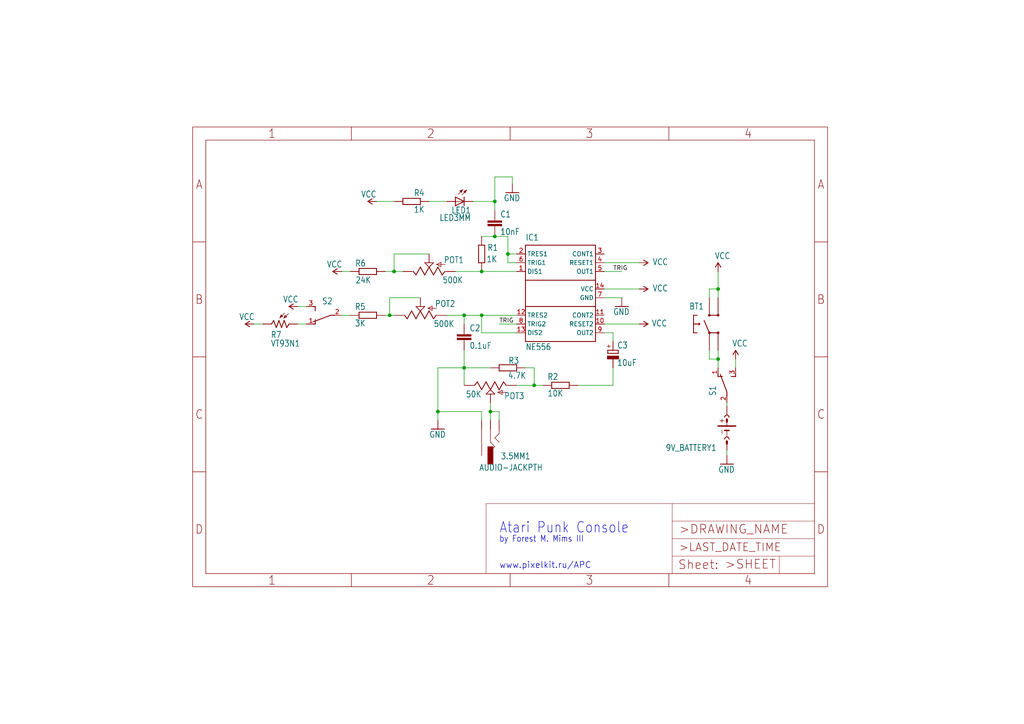
<source format=kicad_sch>
(kicad_sch (version 20210621) (generator eeschema)
  (paper "A4")
  (lib_symbols
    (symbol "Schematics-APC_1.3-eagle-import:AB9V"
      (property "Reference" "G" (at 1.905 3.175 0))
      (property "Value" "AB9V" (at 1.905 -5.08 0))
      (symbol "AB9V_1_0"
        (polyline (pts (xy 2.54 0) (xy 1.905 0)) (stroke (width 0.6096)))
        (polyline (pts (xy 3.81 0) (xy 5.715 0)) (stroke (width 0.1524)))
        (polyline (pts (xy 5.715 0) (xy 5.715 -0.635)) (stroke (width 0.4064)))
        (polyline (pts (xy 5.715 0.635) (xy 5.715 0)) (stroke (width 0.4064)))
        (polyline (pts (xy 6.985 0) (xy 6.985 -2.54)) (stroke (width 0.4064)))
        (polyline (pts (xy 6.985 0) (xy 8.255 0)) (stroke (width 0.1524)))
        (polyline (pts (xy 6.985 2.54) (xy 6.985 0)) (stroke (width 0.4064)))
        (polyline (pts (xy 8.255 0) (xy 8.89 0)) (stroke (width 0.6096)))
        (arc (start 3.175 -0.635) (mid 3.81 0) (end 3.175 0.635) (stroke (width 0.254)))
        (arc (start 9.525 -0.635) (mid 10.16 0) (end 9.525 0.635) (stroke (width 0.254)))
        (text "+" (at 7.62 0.635 0) (effects (font (size 1.524 1.2954)) (justify left bottom)))
        (text "-" (at 4.445 0.635 0) (effects (font (size 1.524 1.2954)) (justify left bottom)))
        (pin passive line (at 12.7 0 180) (length 2.54) (name "+") (number "+"))
        (pin passive line (at 0 0 0) (length 2.54) (name "-") (number "-"))
      )
    )
    (symbol "Schematics-APC_1.3-eagle-import:AUDIO-JACKPTH"
      (property "Value" "AUDIO-JACKPTH" (at -5.08 -5.08 0))
      (symbol "AUDIO-JACKPTH_1_0"
        (rectangle (start -7.62 -0.762) (end -2.54 0.762) (fill (type outline)))
        (polyline (pts (xy -2.54 -1.27) (xy -3.81 0)) (stroke (width 0.1524)))
        (polyline (pts (xy -1.27 -2.54) (xy 0 -1.27)) (stroke (width 0.1524)))
        (polyline (pts (xy -1.27 0) (xy -2.54 -1.27)) (stroke (width 0.1524)))
        (polyline (pts (xy 0 -1.27) (xy 1.27 -2.54)) (stroke (width 0.1524)))
        (polyline (pts (xy 1.27 -2.54) (xy 2.54 -2.54)) (stroke (width 0.1524)))
        (polyline (pts (xy 2.54 0) (xy -1.27 0)) (stroke (width 0.1524)))
        (polyline (pts (xy 2.54 2.54) (xy -5.08 2.54)) (stroke (width 0.1524)))
        (pin bidirectional line (at 5.08 2.54 180) (length 2.54) (name "1") (number "1"))
        (pin bidirectional line (at 5.08 0 180) (length 2.54) (name "2") (number "2"))
        (pin bidirectional line (at 5.08 -2.54 180) (length 2.54) (name "5") (number "5"))
      )
    )
    (symbol "Schematics-APC_1.3-eagle-import:C5{slash}2.5"
      (property "Reference" "C" (at 1.524 0.381 0))
      (property "Value" "C5{slash}2.5" (at 1.524 -4.699 0))
      (symbol "C5{slash}2.5_1_0"
        (rectangle (start -2.032 -2.032) (end 2.032 -1.524) (fill (type outline)))
        (rectangle (start -2.032 -1.016) (end 2.032 -0.508) (fill (type outline)))
        (polyline (pts (xy 0 -2.54) (xy 0 -2.032)) (stroke (width 0.1524)))
        (polyline (pts (xy 0 0) (xy 0 -0.508)) (stroke (width 0.1524)))
        (pin passive line (at 0 2.54 270) (length 2.54) (name "1") (number "1"))
        (pin passive line (at 0 -5.08 90) (length 2.54) (name "2") (number "2"))
      )
    )
    (symbol "Schematics-APC_1.3-eagle-import:CPOL-EUE2,5-6E"
      (property "Reference" "C" (at 1.143 0.4826 0))
      (property "Value" "CPOL-EUE2,5-6E" (at 1.143 -4.5974 0))
      (symbol "CPOL-EUE2,5-6E_1_0"
        (rectangle (start -1.651 -2.54) (end 1.651 -1.651) (fill (type outline)))
        (polyline (pts (xy -1.524 -0.889) (xy 1.524 -0.889)) (stroke (width 0.254)))
        (polyline (pts (xy -1.524 0) (xy -1.524 -0.889)) (stroke (width 0.254)))
        (polyline (pts (xy -1.524 0) (xy 1.524 0)) (stroke (width 0.254)))
        (polyline (pts (xy 1.524 -0.889) (xy 1.524 0)) (stroke (width 0.254)))
        (text "+" (at -0.5842 0.4064 900) (effects (font (size 1.27 1.0795)) (justify left bottom)))
        (pin passive line (at 0 2.54 270) (length 2.54) (name "+") (number "+"))
        (pin passive line (at 0 -5.08 90) (length 2.54) (name "-") (number "-"))
      )
    )
    (symbol "Schematics-APC_1.3-eagle-import:D11"
      (property "Reference" "PH" (at 2.54 0 0))
      (property "Value" "D11" (at 2.54 -2.54 0))
      (symbol "D11_1_0"
        (polyline (pts (xy -3.175 1.27) (xy -1.778 -0.127)) (stroke (width 0.1524)))
        (polyline (pts (xy -3.048 2.413) (xy -1.651 1.016)) (stroke (width 0.1524)))
        (polyline (pts (xy -1.016 -1.905) (xy 1.016 -1.143)) (stroke (width 0.254)))
        (polyline (pts (xy -1.016 -0.381) (xy 1.016 0.381)) (stroke (width 0.254)))
        (polyline (pts (xy -1.016 1.143) (xy 1.016 1.905)) (stroke (width 0.254)))
        (polyline (pts (xy 0 -2.54) (xy -1.016 -1.905)) (stroke (width 0.254)))
        (polyline (pts (xy 0 2.54) (xy 1.016 1.905)) (stroke (width 0.254)))
        (polyline (pts (xy 1.016 -1.143) (xy -1.016 -0.381)) (stroke (width 0.254)))
        (polyline (pts (xy 1.016 0.381) (xy -1.016 1.143)) (stroke (width 0.254)))
        (polyline (pts (xy -1.778 -0.127) (xy -2.667 0.254) (xy -2.159 0.762)) (fill (type outline)))
        (polyline (pts (xy -1.651 1.016) (xy -2.54 1.397) (xy -2.032 1.905)) (fill (type outline)))
        (pin passive line (at 0 5.08 270) (length 2.54) (name "1") (number "A"))
        (pin passive line (at 0 -5.08 90) (length 2.54) (name "2") (number "K"))
      )
    )
    (symbol "Schematics-APC_1.3-eagle-import:DINA5_L"
      (symbol "DINA5_L_0_0"
        (polyline (pts (xy 0 33.3375) (xy 3.81 33.3375)))
        (polyline (pts (xy 0 66.675) (xy 3.81 66.675)))
        (polyline (pts (xy 0 100.0125) (xy 3.81 100.0125)))
        (polyline (pts (xy 3.81 3.81) (xy 3.81 129.54)))
        (polyline (pts (xy 46.0375 0) (xy 46.0375 3.81)))
        (polyline (pts (xy 46.0375 129.54) (xy 46.0375 133.35)))
        (polyline (pts (xy 92.075 0) (xy 92.075 3.81)))
        (polyline (pts (xy 92.075 129.54) (xy 92.075 133.35)))
        (polyline (pts (xy 138.1125 0) (xy 138.1125 3.81)))
        (polyline (pts (xy 138.1125 129.54) (xy 138.1125 133.35)))
        (polyline (pts (xy 180.34 3.81) (xy 3.81 3.81)))
        (polyline (pts (xy 180.34 3.81) (xy 180.34 129.54)))
        (polyline (pts (xy 180.34 33.3375) (xy 184.15 33.3375)))
        (polyline (pts (xy 180.34 66.675) (xy 184.15 66.675)))
        (polyline (pts (xy 180.34 100.0125) (xy 184.15 100.0125)))
        (polyline (pts (xy 180.34 129.54) (xy 3.81 129.54)))
        (polyline (pts (xy 0 0) (xy 184.15 0) (xy 184.15 133.35) (xy 0 133.35) (xy 0 0)))
        (text "1" (at 23.0188 1.905 0) (effects (font (size 2.54 2.286))))
        (text "1" (at 23.0188 131.445 0) (effects (font (size 2.54 2.286))))
        (text "2" (at 69.0563 1.905 0) (effects (font (size 2.54 2.286))))
        (text "2" (at 69.0563 131.445 0) (effects (font (size 2.54 2.286))))
        (text "3" (at 115.0938 1.905 0) (effects (font (size 2.54 2.286))))
        (text "3" (at 115.0938 131.445 0) (effects (font (size 2.54 2.286))))
        (text "4" (at 161.1313 1.905 0) (effects (font (size 2.54 2.286))))
        (text "4" (at 161.1313 131.445 0) (effects (font (size 2.54 2.286))))
        (text "A" (at 1.905 116.6813 0) (effects (font (size 2.54 2.286))))
        (text "A" (at 182.245 116.6813 0) (effects (font (size 2.54 2.286))))
        (text "B" (at 1.905 83.3438 0) (effects (font (size 2.54 2.286))))
        (text "B" (at 182.245 83.3438 0) (effects (font (size 2.54 2.286))))
        (text "C" (at 1.905 50.0063 0) (effects (font (size 2.54 2.286))))
        (text "C" (at 182.245 50.0063 0) (effects (font (size 2.54 2.286))))
        (text "D" (at 1.905 16.6688 0) (effects (font (size 2.54 2.286))))
        (text "D" (at 182.245 16.6688 0) (effects (font (size 2.54 2.286))))
      )
      (symbol "DINA5_L_1_0"
        (polyline (pts (xy 85.09 3.81) (xy 85.09 24.13)) (stroke (width 0.1016)))
        (polyline (pts (xy 85.09 24.13) (xy 139.065 24.13)) (stroke (width 0.1016)))
        (polyline (pts (xy 139.065 8.89) (xy 139.065 3.81)) (stroke (width 0.1016)))
        (polyline (pts (xy 139.065 8.89) (xy 139.065 13.97)) (stroke (width 0.1016)))
        (polyline (pts (xy 139.065 13.97) (xy 139.065 19.05)) (stroke (width 0.1016)))
        (polyline (pts (xy 139.065 13.97) (xy 180.34 13.97)) (stroke (width 0.1016)))
        (polyline (pts (xy 139.065 19.05) (xy 139.065 24.13)) (stroke (width 0.1016)))
        (polyline (pts (xy 139.065 19.05) (xy 180.34 19.05)) (stroke (width 0.1016)))
        (polyline (pts (xy 139.065 24.13) (xy 180.34 24.13)) (stroke (width 0.1016)))
        (polyline (pts (xy 170.18 3.81) (xy 170.18 8.89)) (stroke (width 0.1016)))
        (polyline (pts (xy 170.18 8.89) (xy 139.065 8.89)) (stroke (width 0.1016)))
        (polyline (pts (xy 170.18 8.89) (xy 180.34 8.89)) (stroke (width 0.1016)))
        (text ">DRAWING_NAME" (at 140.97 15.24 0) (effects (font (size 2.54 2.54)) (justify left bottom)))
        (text ">LAST_DATE_TIME" (at 140.97 10.16 0) (effects (font (size 2.286 2.286)) (justify left bottom)))
        (text ">SHEET" (at 154.305 5.08 0) (effects (font (size 2.54 2.54)) (justify left bottom)))
        (text "Sheet:" (at 140.716 4.953 0) (effects (font (size 2.54 2.54)) (justify left bottom)))
      )
    )
    (symbol "Schematics-APC_1.3-eagle-import:GND" (power)
      (property "Value" "GND" (at -2.54 -2.54 0))
      (symbol "GND_1_0"
        (polyline (pts (xy -1.905 0) (xy 1.905 0)) (stroke (width 0.254)))
        (pin power_in line (at 0 2.54 270) (length 2.54) (name "GND") (number "1"))
      )
    )
    (symbol "Schematics-APC_1.3-eagle-import:LED3MM"
      (property "Reference" "LED" (at 3.556 -4.572 90))
      (property "Value" "LED3MM" (at 5.715 -4.572 90))
      (symbol "LED3MM_1_0"
        (polyline (pts (xy -2.032 -0.762) (xy -3.429 -2.159)) (stroke (width 0.1524)))
        (polyline (pts (xy -1.905 -1.905) (xy -3.302 -3.302)) (stroke (width 0.1524)))
        (polyline (pts (xy 0 -2.54) (xy -1.27 -2.54)) (stroke (width 0.254)))
        (polyline (pts (xy 0 -2.54) (xy -1.27 0)) (stroke (width 0.254)))
        (polyline (pts (xy 0 0) (xy -1.27 0)) (stroke (width 0.254)))
        (polyline (pts (xy 0 0) (xy 0 -2.54)) (stroke (width 0.1524)))
        (polyline (pts (xy 1.27 -2.54) (xy 0 -2.54)) (stroke (width 0.254)))
        (polyline (pts (xy 1.27 0) (xy 0 -2.54)) (stroke (width 0.254)))
        (polyline (pts (xy 1.27 0) (xy 0 0)) (stroke (width 0.254)))
        (polyline (pts (xy -3.429 -2.159) (xy -3.048 -1.27) (xy -2.54 -1.778)) (fill (type outline)))
        (polyline (pts (xy -3.302 -3.302) (xy -2.921 -2.413) (xy -2.413 -2.921)) (fill (type outline)))
        (pin passive line (at 0 2.54 270) (length 2.54) (name "A") (number "A"))
        (pin passive line (at 0 -5.08 90) (length 2.54) (name "C") (number "K"))
      )
    )
    (symbol "Schematics-APC_1.3-eagle-import:NE556"
      (property "Reference" "IC" (at -10.16 8.89 0))
      (property "Value" "NE556" (at -10.16 -22.86 0))
      (symbol "NE556_1_0"
        (polyline (pts (xy -10.16 -20.32) (xy 10.16 -20.32)) (stroke (width 0.254)))
        (polyline (pts (xy -10.16 -10.16) (xy -10.16 -20.32)) (stroke (width 0.254)))
        (polyline (pts (xy -10.16 -2.54) (xy -10.16 -10.16)) (stroke (width 0.254)))
        (polyline (pts (xy -10.16 -2.54) (xy 10.16 -2.54)) (stroke (width 0.254)))
        (polyline (pts (xy -10.16 7.62) (xy -10.16 -2.54)) (stroke (width 0.254)))
        (polyline (pts (xy -10.16 7.62) (xy 10.16 7.62)) (stroke (width 0.254)))
        (polyline (pts (xy 10.16 -20.32) (xy 10.16 -10.16)) (stroke (width 0.254)))
        (polyline (pts (xy 10.16 -10.16) (xy -10.16 -10.16)) (stroke (width 0.254)))
        (polyline (pts (xy 10.16 -2.54) (xy 10.16 -10.16)) (stroke (width 0.254)))
        (polyline (pts (xy 10.16 7.62) (xy 10.16 -2.54)) (stroke (width 0.254)))
        (pin input line (at -12.7 0 0) (length 2.54) (name "DIS1") (number "1"))
        (pin input line (at 12.7 -15.24 180) (length 2.54) (name "RESET2") (number "10"))
        (pin input line (at 12.7 -12.7 180) (length 2.54) (name "CONT2") (number "11"))
        (pin input line (at -12.7 -12.7 0) (length 2.54) (name "TRES2") (number "12"))
        (pin input line (at -12.7 -17.78 0) (length 2.54) (name "DIS2") (number "13"))
        (pin power_in line (at 12.7 -5.08 180) (length 2.54) (name "VCC") (number "14"))
        (pin input line (at -12.7 5.08 0) (length 2.54) (name "TRES1") (number "2"))
        (pin input line (at 12.7 5.08 180) (length 2.54) (name "CONT1") (number "3"))
        (pin input line (at 12.7 2.54 180) (length 2.54) (name "RESET1") (number "4"))
        (pin output line (at 12.7 0 180) (length 2.54) (name "OUT1") (number "5"))
        (pin input line (at -12.7 2.54 0) (length 2.54) (name "TRIG1") (number "6"))
        (pin power_in line (at 12.7 -7.62 180) (length 2.54) (name "GND") (number "7"))
        (pin input line (at -12.7 -15.24 0) (length 2.54) (name "TRIG2") (number "8"))
        (pin output line (at 12.7 -17.78 180) (length 2.54) (name "OUT2") (number "9"))
      )
    )
    (symbol "Schematics-APC_1.3-eagle-import:OMRON_12MMOMRON_12MM_BUTSW"
      (property "Reference" "SW" (at 5.08 5.08 0))
      (symbol "OMRON_12MMOMRON_12MM_BUTSW_1_0"
        (circle (center -2.54 0) (radius 0.254) (stroke (width 0.254)) (stroke (width 0.254)))
        (circle (center -2.54 2.54) (radius 0.254) (stroke (width 0.254)) (stroke (width 0.254)))
        (polyline (pts (xy -2.54 0) (xy -2.54 2.54)) (stroke (width 0.254)))
        (polyline (pts (xy -2.54 2.54) (xy 1.016 4.064)) (stroke (width 0.254)))
        (polyline (pts (xy -2.54 6.096) (xy -2.54 7.112)) (stroke (width 0.254)))
        (polyline (pts (xy -2.54 7.112) (xy 0 7.112)) (stroke (width 0.254)))
        (polyline (pts (xy 0 5.334) (xy -0.254 5.588)) (stroke (width 0.254)))
        (polyline (pts (xy 0 7.112) (xy 0 5.334)) (stroke (width 0.254)))
        (polyline (pts (xy 0 7.112) (xy 2.54 7.112)) (stroke (width 0.254)))
        (polyline (pts (xy 0.254 5.588) (xy 0 5.334)) (stroke (width 0.254)))
        (polyline (pts (xy 2.54 2.54) (xy 2.54 0)) (stroke (width 0.254)))
        (polyline (pts (xy 2.54 7.112) (xy 2.54 6.096)) (stroke (width 0.254)))
        (circle (center 2.54 0) (radius 0.254) (stroke (width 0.254)) (stroke (width 0.254)))
        (circle (center 2.54 2.54) (radius 0.254) (stroke (width 0.254)) (stroke (width 0.254)))
        (pin power_in line (at -7.62 0 0) (length 5.08) (name "IN_1") (number "1"))
        (pin power_in line (at -7.62 2.54 0) (length 5.08) (name "IN") (number "2"))
        (pin power_in line (at 7.62 0 180) (length 5.08) (name "OUT") (number "3"))
        (pin power_in line (at 7.62 2.54 180) (length 5.08) (name "OUT_1") (number "4"))
      )
    )
    (symbol "Schematics-APC_1.3-eagle-import:POT100K_ROTARY_POT"
      (property "Value" "POT100K_ROTARY_POT" (at -2.54 -10.16 90))
      (symbol "POT100K_ROTARY_POT_1_0"
        (polyline (pts (xy -1.016 -3.81) (xy 1.27 -2.54)) (stroke (width 0.254)))
        (polyline (pts (xy -1.016 -1.27) (xy 1.27 0)) (stroke (width 0.254)))
        (polyline (pts (xy -1.016 1.27) (xy 1.27 2.54)) (stroke (width 0.254)))
        (polyline (pts (xy -1.016 3.81) (xy 0 4.572)) (stroke (width 0.254)))
        (polyline (pts (xy 0 -5.08) (xy 0 -4.572)) (stroke (width 0.1524)))
        (polyline (pts (xy 0 -4.572) (xy -1.016 -3.81)) (stroke (width 0.254)))
        (polyline (pts (xy 0 4.572) (xy 0 5.08)) (stroke (width 0.1524)))
        (polyline (pts (xy 1.27 -2.54) (xy -1.016 -1.27)) (stroke (width 0.254)))
        (polyline (pts (xy 1.27 0) (xy -1.016 1.27)) (stroke (width 0.254)))
        (polyline (pts (xy 1.27 0) (xy 2.54 1.27)) (stroke (width 0.2032)))
        (polyline (pts (xy 1.27 2.54) (xy -1.016 3.81)) (stroke (width 0.254)))
        (polyline (pts (xy 1.397 -3.429) (xy 2.032 -2.159)) (stroke (width 0.1524)))
        (polyline (pts (xy 2.032 -4.699) (xy 2.032 -2.159)) (stroke (width 0.1524)))
        (polyline (pts (xy 2.032 -2.159) (xy 2.667 -3.429)) (stroke (width 0.1524)))
        (polyline (pts (xy 2.54 -1.27) (xy 1.27 0)) (stroke (width 0.2032)))
        (polyline (pts (xy 2.54 1.27) (xy 2.54 -1.27)) (stroke (width 0.2032)))
        (polyline (pts (xy 2.667 -3.429) (xy 1.397 -3.429)) (stroke (width 0.1524)))
        (pin passive line (at 0 7.62 270) (length 2.54) (name "E") (number "P$1"))
        (pin passive line (at 5.08 0 180) (length 2.54) (name "S") (number "P$2"))
        (pin passive line (at 0 -7.62 90) (length 2.54) (name "A") (number "P$3"))
      )
    )
    (symbol "Schematics-APC_1.3-eagle-import:R-EU_0207{slash}7"
      (property "Reference" "R" (at -3.81 1.4986 0))
      (property "Value" "R-EU_0207{slash}7" (at -3.81 -3.302 0))
      (symbol "R-EU_0207{slash}7_1_0"
        (polyline (pts (xy -2.54 -0.889) (xy -2.54 0.889)) (stroke (width 0.254)))
        (polyline (pts (xy -2.54 -0.889) (xy 2.54 -0.889)) (stroke (width 0.254)))
        (polyline (pts (xy 2.54 -0.889) (xy 2.54 0.889)) (stroke (width 0.254)))
        (polyline (pts (xy 2.54 0.889) (xy -2.54 0.889)) (stroke (width 0.254)))
        (pin passive line (at -5.08 0 0) (length 2.54) (name "1") (number "1"))
        (pin passive line (at 5.08 0 180) (length 2.54) (name "2") (number "2"))
      )
    )
    (symbol "Schematics-APC_1.3-eagle-import:TL36YO"
      (property "Reference" "S" (at 5.08 -2.54 90))
      (property "Value" "TL36YO" (at 7.62 -2.54 90))
      (symbol "TL36YO_1_0"
        (polyline (pts (xy -2.54 2.54) (xy -2.54 3.175)) (stroke (width 0.254)))
        (polyline (pts (xy -2.54 2.54) (xy -1.27 2.54)) (stroke (width 0.254)))
        (polyline (pts (xy 0 -3.175) (xy 0 -1.905)) (stroke (width 0.254)))
        (polyline (pts (xy 0 -1.905) (xy -1.905 3.175)) (stroke (width 0.254)))
        (polyline (pts (xy 1.27 2.54) (xy 2.54 2.54)) (stroke (width 0.254)))
        (polyline (pts (xy 2.54 2.54) (xy 2.54 3.175)) (stroke (width 0.254)))
        (pin passive line (at -2.54 5.08 270) (length 2.54) (name "O") (number "1"))
        (pin passive line (at 0 -5.08 90) (length 2.54) (name "P") (number "2"))
        (pin passive line (at 2.54 5.08 270) (length 2.54) (name "S") (number "3"))
      )
    )
    (symbol "Schematics-APC_1.3-eagle-import:VCC" (power)
      (property "Value" "VCC" (at -1.016 3.556 0))
      (symbol "VCC_1_0"
        (polyline (pts (xy 0 2.54) (xy -0.762 1.27)) (stroke (width 0.254)))
        (polyline (pts (xy 0.762 1.27) (xy 0 2.54)) (stroke (width 0.254)))
        (pin power_in line (at 0 0 90) (length 2.54) (name "VCC") (number "1"))
      )
    )
  )
  (junction (at 113.03 91.44))
  (junction (at 114.3 78.74))
  (junction (at 127 119.38))
  (junction (at 134.62 91.44))
  (junction (at 134.62 106.68))
  (junction (at 139.7 78.74))
  (junction (at 139.7 91.44))
  (junction (at 142.24 119.38))
  (junction (at 143.51 58.42))
  (junction (at 143.51 68.58))
  (junction (at 147.32 73.66))
  (junction (at 154.94 111.76))
  (junction (at 208.28 83.82))
  (junction (at 208.28 104.14))
  (wire (pts (xy 76.2 93.98) (xy 73.66 93.98)))
  (wire (pts (xy 86.36 88.9) (xy 88.9 88.9)))
  (wire (pts (xy 86.36 93.98) (xy 88.9 93.98)))
  (wire (pts (xy 99.06 78.74) (xy 101.6 78.74)))
  (wire (pts (xy 101.6 91.44) (xy 99.06 91.44)))
  (wire (pts (xy 111.76 78.74) (xy 114.3 78.74)))
  (wire (pts (xy 111.76 91.44) (xy 113.03 91.44)))
  (wire (pts (xy 113.03 91.44) (xy 113.03 86.36)))
  (wire (pts (xy 114.3 58.42) (xy 109.22 58.42)))
  (wire (pts (xy 114.3 73.66) (xy 124.46 73.66)))
  (wire (pts (xy 114.3 78.74) (xy 114.3 73.66)))
  (wire (pts (xy 114.3 91.44) (xy 113.03 91.44)))
  (wire (pts (xy 116.84 78.74) (xy 114.3 78.74)))
  (wire (pts (xy 121.92 86.36) (xy 113.03 86.36)))
  (wire (pts (xy 124.46 58.42) (xy 129.54 58.42)))
  (wire (pts (xy 127 106.68) (xy 127 119.38)))
  (wire (pts (xy 127 106.68) (xy 134.62 106.68)))
  (wire (pts (xy 127 119.38) (xy 127 121.92)))
  (wire (pts (xy 129.54 91.44) (xy 134.62 91.44)))
  (wire (pts (xy 132.08 78.74) (xy 139.7 78.74)))
  (wire (pts (xy 134.62 91.44) (xy 139.7 91.44)))
  (wire (pts (xy 134.62 93.98) (xy 134.62 91.44)))
  (wire (pts (xy 134.62 106.68) (xy 134.62 101.6)))
  (wire (pts (xy 134.62 106.68) (xy 134.62 111.76)))
  (wire (pts (xy 139.7 68.58) (xy 143.51 68.58)))
  (wire (pts (xy 139.7 78.74) (xy 149.86 78.74)))
  (wire (pts (xy 139.7 91.44) (xy 149.86 91.44)))
  (wire (pts (xy 139.7 96.52) (xy 139.7 91.44)))
  (wire (pts (xy 139.7 119.38) (xy 127 119.38)))
  (wire (pts (xy 139.7 121.92) (xy 139.7 119.38)))
  (wire (pts (xy 142.24 106.68) (xy 134.62 106.68)))
  (wire (pts (xy 142.24 116.84) (xy 142.24 119.38)))
  (wire (pts (xy 142.24 119.38) (xy 142.24 121.92)))
  (wire (pts (xy 143.51 58.42) (xy 137.16 58.42)))
  (wire (pts (xy 143.51 58.42) (xy 143.51 51.308)))
  (wire (pts (xy 143.51 58.42) (xy 143.51 60.96)))
  (wire (pts (xy 143.51 68.58) (xy 147.32 68.58)))
  (wire (pts (xy 144.78 119.38) (xy 142.24 119.38)))
  (wire (pts (xy 144.78 121.92) (xy 144.78 119.38)))
  (wire (pts (xy 147.32 68.58) (xy 147.32 73.66)))
  (wire (pts (xy 147.32 73.66) (xy 149.86 73.66)))
  (wire (pts (xy 147.32 76.2) (xy 147.32 73.66)))
  (wire (pts (xy 148.59 51.308) (xy 143.51 51.308)))
  (wire (pts (xy 148.59 51.308) (xy 148.59 53.34)))
  (wire (pts (xy 149.86 76.2) (xy 147.32 76.2)))
  (wire (pts (xy 149.86 93.98) (xy 144.78 93.98)))
  (wire (pts (xy 149.86 96.52) (xy 139.7 96.52)))
  (wire (pts (xy 149.86 111.76) (xy 154.94 111.76)))
  (wire (pts (xy 152.4 106.68) (xy 154.94 106.68)))
  (wire (pts (xy 154.94 106.68) (xy 154.94 111.76)))
  (wire (pts (xy 154.94 111.76) (xy 157.48 111.76)))
  (wire (pts (xy 175.26 76.2) (xy 185.42 76.2)))
  (wire (pts (xy 175.26 78.74) (xy 180.34 78.74)))
  (wire (pts (xy 175.26 83.82) (xy 185.42 83.82)))
  (wire (pts (xy 175.26 86.36) (xy 180.34 86.36)))
  (wire (pts (xy 175.26 93.98) (xy 185.42 93.98)))
  (wire (pts (xy 175.26 96.52) (xy 177.8 96.52)))
  (wire (pts (xy 177.8 96.52) (xy 177.8 99.06)))
  (wire (pts (xy 177.8 111.76) (xy 167.64 111.76)))
  (wire (pts (xy 177.8 111.76) (xy 177.8 106.68)))
  (wire (pts (xy 205.74 83.82) (xy 208.28 83.82)))
  (wire (pts (xy 205.74 86.36) (xy 205.74 83.82)))
  (wire (pts (xy 205.74 104.14) (xy 205.74 101.6)))
  (wire (pts (xy 208.28 83.82) (xy 208.28 78.74)))
  (wire (pts (xy 208.28 83.82) (xy 208.28 86.36)))
  (wire (pts (xy 208.28 101.6) (xy 208.28 104.14)))
  (wire (pts (xy 208.28 104.14) (xy 205.74 104.14)))
  (wire (pts (xy 208.28 106.68) (xy 208.28 104.14)))
  (wire (pts (xy 210.82 116.84) (xy 210.82 117.856)))
  (wire (pts (xy 210.82 130.556) (xy 210.82 132.08)))
  (wire (pts (xy 213.36 106.68) (xy 213.36 104.14)))
  (text "Atari Punk Console" (at 144.78 154.94 180) (effects (font (size 3.048 2.5908)) (justify left bottom)))
  (text "by Forest M. Mims III" (at 144.78 157.48 180) (effects (font (size 1.778 1.5113)) (justify left bottom)))
  (text "www.pixelkit.ru/APC" (at 144.78 165.1 180) (effects (font (size 1.778 1.778)) (justify left bottom)))
  (label "TRIG" (at 144.78 93.98 0) (effects (font (size 1.2446 1.2446))))
  (label "TRIG" (at 177.8 78.74 0) (effects (font (size 1.2446 1.2446))))
  (symbol (lib_id "Schematics-APC_1.3-eagle-import:VCC") (at 73.66 93.98 90) (unit 1)
    (property "Reference" "#P+06" (effects hide))
    (property "Value" "VCC" (at 73.914 90.932 90) (effects (font (size 1.778 1.5113)) (justify left bottom)))
  )
  (symbol (lib_id "Schematics-APC_1.3-eagle-import:VCC") (at 86.36 88.9 90) (unit 1)
    (property "Reference" "#P+010" (effects hide))
    (property "Value" "VCC" (at 86.614 85.852 90) (effects (font (size 1.778 1.5113)) (justify left bottom)))
  )
  (symbol (lib_id "Schematics-APC_1.3-eagle-import:VCC") (at 99.06 78.74 90) (unit 1)
    (property "Reference" "#P+05" (effects hide))
    (property "Value" "VCC" (at 99.314 75.692 90) (effects (font (size 1.778 1.5113)) (justify left bottom)))
  )
  (symbol (lib_id "Schematics-APC_1.3-eagle-import:VCC") (at 109.22 58.42 90) (mirror x) (unit 1)
    (property "Reference" "#P+04" (effects hide))
    (property "Value" "VCC" (at 104.648 55.372 90) (effects (font (size 1.778 1.5113)) (justify right top)))
  )
  (symbol (lib_id "Schematics-APC_1.3-eagle-import:VCC") (at 185.42 76.2 270) (unit 1)
    (property "Reference" "#P+03" (effects hide))
    (property "Value" "VCC" (at 189.23 76.962 90) (effects (font (size 1.778 1.5113)) (justify left bottom)))
  )
  (symbol (lib_id "Schematics-APC_1.3-eagle-import:VCC") (at 185.42 83.82 270) (unit 1)
    (property "Reference" "#P+02" (effects hide))
    (property "Value" "VCC" (at 189.23 84.582 90) (effects (font (size 1.778 1.5113)) (justify left bottom)))
  )
  (symbol (lib_id "Schematics-APC_1.3-eagle-import:VCC") (at 185.42 93.98 270) (unit 1)
    (property "Reference" "#P+01" (effects hide))
    (property "Value" "VCC" (at 188.976 94.742 90) (effects (font (size 1.778 1.5113)) (justify left bottom)))
  )
  (symbol (lib_id "Schematics-APC_1.3-eagle-import:VCC") (at 208.28 78.74 0) (unit 1)
    (property "Reference" "#P+08" (effects hide))
    (property "Value" "VCC" (at 207.264 75.184 0) (effects (font (size 1.778 1.5113)) (justify left bottom)))
  )
  (symbol (lib_id "Schematics-APC_1.3-eagle-import:VCC") (at 213.36 104.14 0) (unit 1)
    (property "Reference" "#P+09" (effects hide))
    (property "Value" "VCC" (at 212.344 100.584 0) (effects (font (size 1.778 1.5113)) (justify left bottom)))
  )
  (symbol (lib_id "Schematics-APC_1.3-eagle-import:GND") (at 127 124.46 0) (unit 1)
    (property "Reference" "#GND06" (effects hide))
    (property "Value" "GND" (at 124.46 127 0) (effects (font (size 1.778 1.5113)) (justify left bottom)))
  )
  (symbol (lib_id "Schematics-APC_1.3-eagle-import:GND") (at 148.59 55.88 0) (unit 1)
    (property "Reference" "#GND02" (effects hide))
    (property "Value" "GND" (at 146.05 58.42 0) (effects (font (size 1.778 1.5113)) (justify left bottom)))
  )
  (symbol (lib_id "Schematics-APC_1.3-eagle-import:GND") (at 180.34 88.9 0) (unit 1)
    (property "Reference" "#GND01" (effects hide))
    (property "Value" "GND" (at 177.8 91.44 0) (effects (font (size 1.778 1.5113)) (justify left bottom)))
  )
  (symbol (lib_id "Schematics-APC_1.3-eagle-import:GND") (at 210.82 134.62 0) (unit 1)
    (property "Reference" "#GND05" (effects hide))
    (property "Value" "GND" (at 208.28 137.16 0) (effects (font (size 1.778 1.5113)) (justify left bottom)))
  )
  (symbol (lib_id "Schematics-APC_1.3-eagle-import:R-EU_0207{slash}7") (at 106.68 78.74 180) (unit 1)
    (property "Reference" "R6" (at 106.172 75.4126 0) (effects (font (size 1.778 1.5113)) (justify left bottom)))
    (property "Value" "24K" (at 107.696 80.264 0) (effects (font (size 1.778 1.5113)) (justify left bottom)))
    (property "Footprint" "0207_7" (effects hide))
  )
  (symbol (lib_id "Schematics-APC_1.3-eagle-import:R-EU_0207{slash}7") (at 106.68 91.44 0) (unit 1)
    (property "Reference" "R5" (at 102.87 89.9414 0) (effects (font (size 1.778 1.5113)) (justify left bottom)))
    (property "Value" "3K" (at 102.87 94.742 0) (effects (font (size 1.778 1.5113)) (justify left bottom)))
    (property "Footprint" "0207_7" (effects hide))
  )
  (symbol (lib_id "Schematics-APC_1.3-eagle-import:R-EU_0207{slash}7") (at 119.38 58.42 0) (mirror y) (unit 1)
    (property "Reference" "R4" (at 123.19 56.9214 0) (effects (font (size 1.778 1.5113)) (justify left bottom)))
    (property "Value" "1K" (at 123.19 61.722 0) (effects (font (size 1.778 1.5113)) (justify left bottom)))
    (property "Footprint" "0207_7" (effects hide))
  )
  (symbol (lib_id "Schematics-APC_1.3-eagle-import:R-EU_0207{slash}7") (at 139.7 73.66 90) (unit 1)
    (property "Reference" "R1" (at 144.526 70.8406 90) (effects (font (size 1.778 1.5113)) (justify left bottom)))
    (property "Value" "1K" (at 144.272 74.168 90) (effects (font (size 1.778 1.5113)) (justify left bottom)))
    (property "Footprint" "0207_7" (effects hide))
  )
  (symbol (lib_id "Schematics-APC_1.3-eagle-import:R-EU_0207{slash}7") (at 147.32 106.68 180) (unit 1)
    (property "Reference" "R3" (at 150.622 103.6066 0) (effects (font (size 1.778 1.5113)) (justify left bottom)))
    (property "Value" "4.7K" (at 152.654 107.95 0) (effects (font (size 1.778 1.5113)) (justify left bottom)))
    (property "Footprint" "0207_7" (effects hide))
  )
  (symbol (lib_id "Schematics-APC_1.3-eagle-import:R-EU_0207{slash}7") (at 162.56 111.76 0) (unit 1)
    (property "Reference" "R2" (at 158.75 110.2614 0) (effects (font (size 1.778 1.5113)) (justify left bottom)))
    (property "Value" "10K" (at 158.75 115.062 0) (effects (font (size 1.778 1.5113)) (justify left bottom)))
    (property "Footprint" "0207_7" (effects hide))
  )
  (symbol (lib_id "Schematics-APC_1.3-eagle-import:C5{slash}2.5") (at 134.62 96.52 0) (unit 1)
    (property "Reference" "C2" (at 136.144 96.139 0) (effects (font (size 1.778 1.5113)) (justify left bottom)))
    (property "Value" "0.1uF" (at 136.144 101.219 0) (effects (font (size 1.778 1.5113)) (justify left bottom)))
    (property "Footprint" "C5B2.5" (effects hide))
  )
  (symbol (lib_id "Schematics-APC_1.3-eagle-import:C5{slash}2.5") (at 143.51 63.5 0) (unit 1)
    (property "Reference" "C1" (at 145.034 63.119 0) (effects (font (size 1.778 1.5113)) (justify left bottom)))
    (property "Value" "10nF" (at 145.034 68.199 0) (effects (font (size 1.778 1.5113)) (justify left bottom)))
    (property "Footprint" "C5B2.5" (effects hide))
  )
  (symbol (lib_id "Schematics-APC_1.3-eagle-import:CPOL-EUE2,5-6E") (at 177.8 101.6 0) (unit 1)
    (property "Reference" "C3" (at 178.943 101.1174 0) (effects (font (size 1.778 1.5113)) (justify left bottom)))
    (property "Value" "10uF" (at 178.943 106.1974 0) (effects (font (size 1.778 1.5113)) (justify left bottom)))
    (property "Footprint" "E2,5-6E" (effects hide))
  )
  (symbol (lib_id "Schematics-APC_1.3-eagle-import:LED3MM") (at 132.08 58.42 90) (mirror x) (unit 1)
    (property "Reference" "LED1" (at 136.652 61.976 90) (effects (font (size 1.778 1.5113)) (justify left bottom)))
    (property "Value" "LED3MM" (at 136.652 64.135 90) (effects (font (size 1.778 1.5113)) (justify left bottom)))
    (property "Footprint" "LED3MM" (effects hide))
  )
  (symbol (lib_id "Schematics-APC_1.3-eagle-import:D11") (at 81.28 93.98 270) (unit 1)
    (property "Reference" "R7" (at 78.486 98.044 90) (effects (font (size 1.778 1.5113)) (justify left bottom)))
    (property "Value" "VT93N1" (at 78.486 100.584 90) (effects (font (size 1.778 1.5113)) (justify left bottom)))
    (property "Footprint" "BPX65" (effects hide))
  )
  (symbol (lib_id "Schematics-APC_1.3-eagle-import:TL36YO") (at 93.98 91.44 90) (unit 1)
    (property "Reference" "S2" (at 96.52 86.36 90) (effects (font (size 1.778 1.5113)) (justify left bottom)))
    (property "Value" "TL36YO" (effects hide))
    (property "Footprint" "TL3XYO" (effects hide))
  )
  (symbol (lib_id "Schematics-APC_1.3-eagle-import:TL36YO") (at 210.82 111.76 0) (unit 1)
    (property "Reference" "S1" (at 205.74 111.76 90) (effects (font (size 1.778 1.5113)) (justify right top)))
    (property "Value" "TL36YO" (effects hide))
    (property "Footprint" "TL3XYO" (effects hide))
  )
  (symbol (lib_id "Schematics-APC_1.3-eagle-import:AUDIO-JACKPTH") (at 142.24 127 90) (unit 1)
    (property "Reference" "3.5MM1" (at 153.924 131.318 90) (effects (font (size 1.778 1.5113)) (justify left bottom)))
    (property "Value" "AUDIO-JACKPTH" (at 157.48 134.62 90) (effects (font (size 1.778 1.5113)) (justify left bottom)))
    (property "Footprint" "AUDIO-JACK" (effects hide))
  )
  (symbol (lib_id "Schematics-APC_1.3-eagle-import:AB9V") (at 210.82 130.556 90) (unit 1)
    (property "Reference" "9V_BATTERY1" (at 207.899 128.905 90) (effects (font (size 1.778 1.5113)) (justify left bottom)))
    (property "Value" "AB9V" (effects hide))
    (property "Footprint" "AB9V" (effects hide))
  )
  (symbol (lib_id "Schematics-APC_1.3-eagle-import:POT100K_ROTARY_POT") (at 121.92 91.44 90) (unit 1)
    (property "Reference" "POT2" (at 132.08 87.122 90) (effects (font (size 1.778 1.5113)) (justify left bottom)))
    (property "Value" "500K" (at 131.826 92.964 90) (effects (font (size 1.778 1.5113)) (justify left bottom)))
    (property "Footprint" "ALPS_POT" (effects hide))
  )
  (symbol (lib_id "Schematics-APC_1.3-eagle-import:POT100K_ROTARY_POT") (at 124.46 78.74 90) (unit 1)
    (property "Reference" "POT1" (at 134.62 74.422 90) (effects (font (size 1.778 1.5113)) (justify left bottom)))
    (property "Value" "500K" (at 134.366 80.264 90) (effects (font (size 1.778 1.5113)) (justify left bottom)))
    (property "Footprint" "ALPS_POT" (effects hide))
  )
  (symbol (lib_id "Schematics-APC_1.3-eagle-import:POT100K_ROTARY_POT") (at 142.24 111.76 90) (mirror x) (unit 1)
    (property "Reference" "POT3" (at 152.146 115.824 90) (effects (font (size 1.778 1.5113)) (justify left bottom)))
    (property "Value" "50K" (at 139.7 115.316 90) (effects (font (size 1.778 1.5113)) (justify left bottom)))
    (property "Footprint" "ALPS_POT" (effects hide))
  )
  (symbol (lib_id "Schematics-APC_1.3-eagle-import:OMRON_12MMOMRON_12MM_BUTSW") (at 208.28 93.98 90) (unit 1)
    (property "Reference" "BT1" (at 204.216 87.884 90) (effects (font (size 1.778 1.5113)) (justify left bottom)))
    (property "Value" "OMRON_12MM" (effects hide))
    (property "Footprint" "TACTILE-PTH" (effects hide))
  )
  (symbol (lib_id "Schematics-APC_1.3-eagle-import:NE556") (at 162.56 78.74 0) (unit 1)
    (property "Reference" "IC1" (at 152.4 69.85 0) (effects (font (size 1.778 1.5113)) (justify left bottom)))
    (property "Value" "NE556" (at 152.4 101.6 0) (effects (font (size 1.778 1.5113)) (justify left bottom)))
    (property "Footprint" "DIL14" (effects hide))
  )
  (symbol (lib_id "Schematics-APC_1.3-eagle-import:DINA5_L") (at 55.88 170.18 0) (unit 1)
    (property "Reference" "#FRAME1" (effects hide))
    (property "Value" "DINA5_L" (effects hide))
  )
)
</source>
